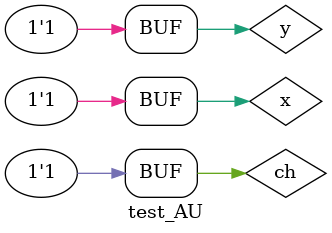
<source format=v>

module AU (output sIG, output sDF, input a, input b, input ch);
			  
	wire notCH,xorAB,xnorAB;
	
	not NOT1   (notCH, ch);
	xor XOR1   (xorAB, a, b);
	xnor XNOR1 (xnorAB, a, b);
	and AND1   (sDF, xorAB, ch);
	and AND2   (sIG, xnorAB, notCH);
endmodule 

module test_AU;
// ------------------------- definir dados
   reg x;
	reg y;
	reg ch;
	wire w;
	wire z;
	
	AU modulo (w, z, x, y, ch);
	
	initial begin: start
		x = 0; 
		y = 0;
		ch= 0;
	end
	
// ------------------------- parte principal
   initial begin
      $display("Exemplo0036 - Marcio Santana Correa - 345368");
      $display("Test LU's module");
		$display ("---------------- CHAVE = 0 --------------------");
		$monitor("a = %b b = %b sIG = %b",x,y,w);
		#1
		x = 0; y = 1; ch = 0;
		#1
		x = 1; y = 0; ch = 0;
		#1
		x = 1; y = 1; ch = 0;
		#1
		$display ("---------------- CHAVE = 1 --------------------");
		$monitor("a = %b b = %b sDIF = %b",x,y,z);
		x = 0; y = 0; ch = 1;
		#1
		x = 0; y = 1; ch = 1;
		#1 
		x = 1; y = 0; ch = 1;
		#1 
		x = 1; y = 1; ch = 1;						
   end
endmodule // test_LU

/*
    Exemplo0036 - Marcio Santana Correa 345368
    Test LU's module
    ---------------- CHAVE = 0 --------------------
    a = 0 b = 0 sIG = 1
    a = 0 b = 1 sIG = 0
    a = 1 b = 0 sIG = 0
    a = 1 b = 1 sIG = 1
    ---------------- CHAVE = 1 --------------------
    a = 0 b = 0 sDIF = 0
    a = 0 b = 1 sDIF = 1
    a = 1 b = 0 sDIF = 1
    a = 1 b = 1 sDIF = 0
*/
</source>
